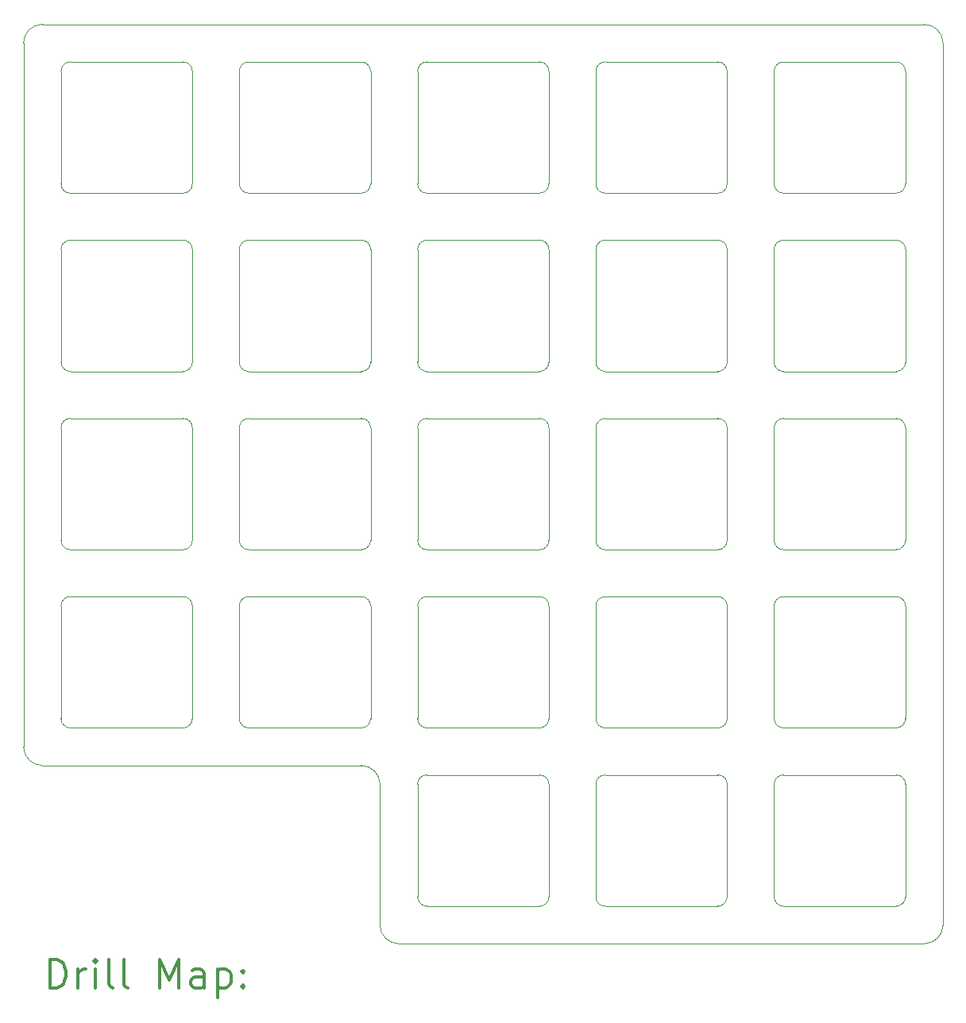
<source format=gbr>
%FSLAX45Y45*%
G04 Gerber Fmt 4.5, Leading zero omitted, Abs format (unit mm)*
G04 Created by KiCad (PCBNEW (5.1.10)-1) date 2021-08-15 20:32:44*
%MOMM*%
%LPD*%
G01*
G04 APERTURE LIST*
%TA.AperFunction,Profile*%
%ADD10C,0.100000*%
%TD*%
%ADD11C,0.200000*%
%ADD12C,0.300000*%
G04 APERTURE END LIST*
D10*
X8000000Y-12200000D02*
G75*
G02*
X7800000Y-12000000I0J200000D01*
G01*
X11400000Y-12200000D02*
G75*
G02*
X11600000Y-12400000I0J-200000D01*
G01*
X11800000Y-14100000D02*
G75*
G02*
X11600000Y-13900000I0J200000D01*
G01*
X17600000Y-13900000D02*
G75*
G02*
X17400000Y-14100000I-200000J0D01*
G01*
X17400000Y-4300000D02*
G75*
G02*
X17600000Y-4500000I0J-200000D01*
G01*
X7800000Y-4500000D02*
G75*
G02*
X8000000Y-4300000I200000J0D01*
G01*
X15900000Y-13700000D02*
G75*
G02*
X15800000Y-13600000I0J100000D01*
G01*
X17200000Y-13600000D02*
G75*
G02*
X17100000Y-13700000I-100000J0D01*
G01*
X17100000Y-13700000D02*
X15900000Y-13700000D01*
X17200000Y-12400000D02*
X17200000Y-13600000D01*
X15800000Y-13600000D02*
X15800000Y-12400000D01*
X15800000Y-12400000D02*
G75*
G02*
X15900000Y-12300000I100000J0D01*
G01*
X15900000Y-12300000D02*
X17100000Y-12300000D01*
X17100000Y-12300000D02*
G75*
G02*
X17200000Y-12400000I0J-100000D01*
G01*
X15900000Y-11800000D02*
G75*
G02*
X15800000Y-11700000I0J100000D01*
G01*
X15900000Y-10400000D02*
X17100000Y-10400000D01*
X17100000Y-11800000D02*
X15900000Y-11800000D01*
X17200000Y-11700000D02*
G75*
G02*
X17100000Y-11800000I-100000J0D01*
G01*
X15800000Y-10500000D02*
G75*
G02*
X15900000Y-10400000I100000J0D01*
G01*
X17100000Y-10400000D02*
G75*
G02*
X17200000Y-10500000I0J-100000D01*
G01*
X15800000Y-11700000D02*
X15800000Y-10500000D01*
X17200000Y-10500000D02*
X17200000Y-11700000D01*
X14000000Y-11800000D02*
G75*
G02*
X13900000Y-11700000I0J100000D01*
G01*
X14000000Y-10400000D02*
X15200000Y-10400000D01*
X15300000Y-11700000D02*
G75*
G02*
X15200000Y-11800000I-100000J0D01*
G01*
X13900000Y-10500000D02*
G75*
G02*
X14000000Y-10400000I100000J0D01*
G01*
X15200000Y-10400000D02*
G75*
G02*
X15300000Y-10500000I0J-100000D01*
G01*
X13900000Y-11700000D02*
X13900000Y-10500000D01*
X15300000Y-10500000D02*
X15300000Y-11700000D01*
X15200000Y-11800000D02*
X14000000Y-11800000D01*
X14000000Y-13700000D02*
G75*
G02*
X13900000Y-13600000I0J100000D01*
G01*
X14000000Y-12300000D02*
X15200000Y-12300000D01*
X15300000Y-13600000D02*
G75*
G02*
X15200000Y-13700000I-100000J0D01*
G01*
X13900000Y-12400000D02*
G75*
G02*
X14000000Y-12300000I100000J0D01*
G01*
X15200000Y-12300000D02*
G75*
G02*
X15300000Y-12400000I0J-100000D01*
G01*
X13900000Y-13600000D02*
X13900000Y-12400000D01*
X15300000Y-12400000D02*
X15300000Y-13600000D01*
X15200000Y-13700000D02*
X14000000Y-13700000D01*
X12100000Y-13700000D02*
G75*
G02*
X12000000Y-13600000I0J100000D01*
G01*
X13400000Y-12400000D02*
X13400000Y-13600000D01*
X12100000Y-12300000D02*
X13300000Y-12300000D01*
X13400000Y-13600000D02*
G75*
G02*
X13300000Y-13700000I-100000J0D01*
G01*
X13300000Y-12300000D02*
G75*
G02*
X13400000Y-12400000I0J-100000D01*
G01*
X13300000Y-13700000D02*
X12100000Y-13700000D01*
X12000000Y-13600000D02*
X12000000Y-12400000D01*
X12000000Y-12400000D02*
G75*
G02*
X12100000Y-12300000I100000J0D01*
G01*
X13300000Y-10400000D02*
G75*
G02*
X13400000Y-10500000I0J-100000D01*
G01*
X12000000Y-11700000D02*
X12000000Y-10500000D01*
X13400000Y-11700000D02*
G75*
G02*
X13300000Y-11800000I-100000J0D01*
G01*
X12100000Y-11800000D02*
G75*
G02*
X12000000Y-11700000I0J100000D01*
G01*
X12000000Y-10500000D02*
G75*
G02*
X12100000Y-10400000I100000J0D01*
G01*
X13400000Y-10500000D02*
X13400000Y-11700000D01*
X13300000Y-11800000D02*
X12100000Y-11800000D01*
X12100000Y-10400000D02*
X13300000Y-10400000D01*
X11500000Y-11700000D02*
G75*
G02*
X11400000Y-11800000I-100000J0D01*
G01*
X11500000Y-10500000D02*
X11500000Y-11700000D01*
X10100000Y-11700000D02*
X10100000Y-10500000D01*
X11400000Y-10400000D02*
G75*
G02*
X11500000Y-10500000I0J-100000D01*
G01*
X10100000Y-10500000D02*
G75*
G02*
X10200000Y-10400000I100000J0D01*
G01*
X10200000Y-11800000D02*
G75*
G02*
X10100000Y-11700000I0J100000D01*
G01*
X11400000Y-11800000D02*
X10200000Y-11800000D01*
X10200000Y-10400000D02*
X11400000Y-10400000D01*
X8300000Y-10400000D02*
X9500000Y-10400000D01*
X9600000Y-10500000D02*
X9600000Y-11700000D01*
X9500000Y-10400000D02*
G75*
G02*
X9600000Y-10500000I0J-100000D01*
G01*
X9500000Y-11800000D02*
X8300000Y-11800000D01*
X9600000Y-11700000D02*
G75*
G02*
X9500000Y-11800000I-100000J0D01*
G01*
X8200000Y-10500000D02*
G75*
G02*
X8300000Y-10400000I100000J0D01*
G01*
X8200000Y-11700000D02*
X8200000Y-10500000D01*
X8300000Y-11800000D02*
G75*
G02*
X8200000Y-11700000I0J100000D01*
G01*
X9600000Y-8600000D02*
X9600000Y-9800000D01*
X8200000Y-9800000D02*
X8200000Y-8600000D01*
X8300000Y-9900000D02*
G75*
G02*
X8200000Y-9800000I0J100000D01*
G01*
X9600000Y-9800000D02*
G75*
G02*
X9500000Y-9900000I-100000J0D01*
G01*
X8300000Y-8500000D02*
X9500000Y-8500000D01*
X8200000Y-8600000D02*
G75*
G02*
X8300000Y-8500000I100000J0D01*
G01*
X9500000Y-9900000D02*
X8300000Y-9900000D01*
X9500000Y-8500000D02*
G75*
G02*
X9600000Y-8600000I0J-100000D01*
G01*
X11500000Y-8600000D02*
X11500000Y-9800000D01*
X10200000Y-8500000D02*
X11400000Y-8500000D01*
X10100000Y-8600000D02*
G75*
G02*
X10200000Y-8500000I100000J0D01*
G01*
X11500000Y-9800000D02*
G75*
G02*
X11400000Y-9900000I-100000J0D01*
G01*
X11400000Y-8500000D02*
G75*
G02*
X11500000Y-8600000I0J-100000D01*
G01*
X11400000Y-9900000D02*
X10200000Y-9900000D01*
X10200000Y-9900000D02*
G75*
G02*
X10100000Y-9800000I0J100000D01*
G01*
X10100000Y-9800000D02*
X10100000Y-8600000D01*
X12100000Y-9900000D02*
G75*
G02*
X12000000Y-9800000I0J100000D01*
G01*
X12000000Y-9800000D02*
X12000000Y-8600000D01*
X13400000Y-8600000D02*
X13400000Y-9800000D01*
X12100000Y-8500000D02*
X13300000Y-8500000D01*
X12000000Y-8600000D02*
G75*
G02*
X12100000Y-8500000I100000J0D01*
G01*
X13400000Y-9800000D02*
G75*
G02*
X13300000Y-9900000I-100000J0D01*
G01*
X13300000Y-8500000D02*
G75*
G02*
X13400000Y-8600000I0J-100000D01*
G01*
X13300000Y-9900000D02*
X12100000Y-9900000D01*
X13900000Y-9800000D02*
X13900000Y-8600000D01*
X15300000Y-8600000D02*
X15300000Y-9800000D01*
X14000000Y-8500000D02*
X15200000Y-8500000D01*
X13900000Y-8600000D02*
G75*
G02*
X14000000Y-8500000I100000J0D01*
G01*
X15300000Y-9800000D02*
G75*
G02*
X15200000Y-9900000I-100000J0D01*
G01*
X15200000Y-9900000D02*
X14000000Y-9900000D01*
X14000000Y-9900000D02*
G75*
G02*
X13900000Y-9800000I0J100000D01*
G01*
X15200000Y-8500000D02*
G75*
G02*
X15300000Y-8600000I0J-100000D01*
G01*
X17200000Y-9800000D02*
G75*
G02*
X17100000Y-9900000I-100000J0D01*
G01*
X17200000Y-8600000D02*
X17200000Y-9800000D01*
X15900000Y-8500000D02*
X17100000Y-8500000D01*
X15800000Y-9800000D02*
X15800000Y-8600000D01*
X17100000Y-9900000D02*
X15900000Y-9900000D01*
X15900000Y-9900000D02*
G75*
G02*
X15800000Y-9800000I0J100000D01*
G01*
X17100000Y-8500000D02*
G75*
G02*
X17200000Y-8600000I0J-100000D01*
G01*
X15800000Y-8600000D02*
G75*
G02*
X15900000Y-8500000I100000J0D01*
G01*
X17200000Y-7900000D02*
G75*
G02*
X17100000Y-8000000I-100000J0D01*
G01*
X15800000Y-6700000D02*
G75*
G02*
X15900000Y-6600000I100000J0D01*
G01*
X17200000Y-6700000D02*
X17200000Y-7900000D01*
X15800000Y-7900000D02*
X15800000Y-6700000D01*
X17100000Y-6600000D02*
G75*
G02*
X17200000Y-6700000I0J-100000D01*
G01*
X15900000Y-8000000D02*
G75*
G02*
X15800000Y-7900000I0J100000D01*
G01*
X17100000Y-8000000D02*
X15900000Y-8000000D01*
X15900000Y-6600000D02*
X17100000Y-6600000D01*
X15200000Y-6600000D02*
G75*
G02*
X15300000Y-6700000I0J-100000D01*
G01*
X13900000Y-7900000D02*
X13900000Y-6700000D01*
X14000000Y-8000000D02*
G75*
G02*
X13900000Y-7900000I0J100000D01*
G01*
X15300000Y-7900000D02*
G75*
G02*
X15200000Y-8000000I-100000J0D01*
G01*
X15300000Y-6700000D02*
X15300000Y-7900000D01*
X13900000Y-6700000D02*
G75*
G02*
X14000000Y-6600000I100000J0D01*
G01*
X15200000Y-8000000D02*
X14000000Y-8000000D01*
X14000000Y-6600000D02*
X15200000Y-6600000D01*
X12100000Y-6600000D02*
X13300000Y-6600000D01*
X13400000Y-7900000D02*
G75*
G02*
X13300000Y-8000000I-100000J0D01*
G01*
X12100000Y-8000000D02*
G75*
G02*
X12000000Y-7900000I0J100000D01*
G01*
X13300000Y-8000000D02*
X12100000Y-8000000D01*
X12000000Y-7900000D02*
X12000000Y-6700000D01*
X12000000Y-6700000D02*
G75*
G02*
X12100000Y-6600000I100000J0D01*
G01*
X13400000Y-6700000D02*
X13400000Y-7900000D01*
X13300000Y-6600000D02*
G75*
G02*
X13400000Y-6700000I0J-100000D01*
G01*
X10100000Y-6700000D02*
G75*
G02*
X10200000Y-6600000I100000J0D01*
G01*
X11500000Y-7900000D02*
G75*
G02*
X11400000Y-8000000I-100000J0D01*
G01*
X10100000Y-7900000D02*
X10100000Y-6700000D01*
X11400000Y-8000000D02*
X10200000Y-8000000D01*
X10200000Y-6600000D02*
X11400000Y-6600000D01*
X10200000Y-8000000D02*
G75*
G02*
X10100000Y-7900000I0J100000D01*
G01*
X11500000Y-6700000D02*
X11500000Y-7900000D01*
X11400000Y-6600000D02*
G75*
G02*
X11500000Y-6700000I0J-100000D01*
G01*
X9500000Y-8000000D02*
X8300000Y-8000000D01*
X8300000Y-8000000D02*
G75*
G02*
X8200000Y-7900000I0J100000D01*
G01*
X8300000Y-6600000D02*
X9500000Y-6600000D01*
X9600000Y-6700000D02*
X9600000Y-7900000D01*
X8200000Y-6700000D02*
G75*
G02*
X8300000Y-6600000I100000J0D01*
G01*
X9600000Y-7900000D02*
G75*
G02*
X9500000Y-8000000I-100000J0D01*
G01*
X9500000Y-6600000D02*
G75*
G02*
X9600000Y-6700000I0J-100000D01*
G01*
X8200000Y-7900000D02*
X8200000Y-6700000D01*
X17100000Y-6100000D02*
X15900000Y-6100000D01*
X17100000Y-4700000D02*
G75*
G02*
X17200000Y-4800000I0J-100000D01*
G01*
X15800000Y-6000000D02*
X15800000Y-4800000D01*
X15900000Y-4700000D02*
X17100000Y-4700000D01*
X17200000Y-4800000D02*
X17200000Y-6000000D01*
X15800000Y-4800000D02*
G75*
G02*
X15900000Y-4700000I100000J0D01*
G01*
X15900000Y-6100000D02*
G75*
G02*
X15800000Y-6000000I0J100000D01*
G01*
X17200000Y-6000000D02*
G75*
G02*
X17100000Y-6100000I-100000J0D01*
G01*
X15200000Y-4700000D02*
G75*
G02*
X15300000Y-4800000I0J-100000D01*
G01*
X15200000Y-6100000D02*
X14000000Y-6100000D01*
X14000000Y-4700000D02*
X15200000Y-4700000D01*
X13900000Y-4800000D02*
G75*
G02*
X14000000Y-4700000I100000J0D01*
G01*
X15300000Y-4800000D02*
X15300000Y-6000000D01*
X13900000Y-6000000D02*
X13900000Y-4800000D01*
X14000000Y-6100000D02*
G75*
G02*
X13900000Y-6000000I0J100000D01*
G01*
X15300000Y-6000000D02*
G75*
G02*
X15200000Y-6100000I-100000J0D01*
G01*
X13400000Y-4800000D02*
X13400000Y-6000000D01*
X13300000Y-4700000D02*
G75*
G02*
X13400000Y-4800000I0J-100000D01*
G01*
X12000000Y-4800000D02*
G75*
G02*
X12100000Y-4700000I100000J0D01*
G01*
X12000000Y-6000000D02*
X12000000Y-4800000D01*
X12100000Y-4700000D02*
X13300000Y-4700000D01*
X12100000Y-6100000D02*
G75*
G02*
X12000000Y-6000000I0J100000D01*
G01*
X13400000Y-6000000D02*
G75*
G02*
X13300000Y-6100000I-100000J0D01*
G01*
X13300000Y-6100000D02*
X12100000Y-6100000D01*
X10200000Y-6100000D02*
G75*
G02*
X10100000Y-6000000I0J100000D01*
G01*
X11500000Y-6000000D02*
G75*
G02*
X11400000Y-6100000I-100000J0D01*
G01*
X10100000Y-4800000D02*
G75*
G02*
X10200000Y-4700000I100000J0D01*
G01*
X11400000Y-4700000D02*
G75*
G02*
X11500000Y-4800000I0J-100000D01*
G01*
X11400000Y-6100000D02*
X10200000Y-6100000D01*
X11500000Y-4800000D02*
X11500000Y-6000000D01*
X10200000Y-4700000D02*
X11400000Y-4700000D01*
X10100000Y-6000000D02*
X10100000Y-4800000D01*
X9500000Y-4700000D02*
G75*
G02*
X9600000Y-4800000I0J-100000D01*
G01*
X9600000Y-6000000D02*
G75*
G02*
X9500000Y-6100000I-100000J0D01*
G01*
X8300000Y-6100000D02*
G75*
G02*
X8200000Y-6000000I0J100000D01*
G01*
X8200000Y-4800000D02*
G75*
G02*
X8300000Y-4700000I100000J0D01*
G01*
X8200000Y-6000000D02*
X8200000Y-4800000D01*
X9500000Y-6100000D02*
X8300000Y-6100000D01*
X9600000Y-4800000D02*
X9600000Y-6000000D01*
X8300000Y-4700000D02*
X9500000Y-4700000D01*
X11600000Y-12400000D02*
X11600000Y-13900000D01*
X8000000Y-12200000D02*
X11400000Y-12200000D01*
X11800000Y-14100000D02*
X17400000Y-14100000D01*
X17600000Y-4500000D02*
X17600000Y-13900000D01*
X7800000Y-4500000D02*
X7800000Y-12000000D01*
X8000000Y-4300000D02*
X17400000Y-4300000D01*
D11*
D12*
X8081428Y-14570714D02*
X8081428Y-14270714D01*
X8152857Y-14270714D01*
X8195714Y-14285000D01*
X8224286Y-14313571D01*
X8238571Y-14342143D01*
X8252857Y-14399286D01*
X8252857Y-14442143D01*
X8238571Y-14499286D01*
X8224286Y-14527857D01*
X8195714Y-14556429D01*
X8152857Y-14570714D01*
X8081428Y-14570714D01*
X8381428Y-14570714D02*
X8381428Y-14370714D01*
X8381428Y-14427857D02*
X8395714Y-14399286D01*
X8410000Y-14385000D01*
X8438571Y-14370714D01*
X8467143Y-14370714D01*
X8567143Y-14570714D02*
X8567143Y-14370714D01*
X8567143Y-14270714D02*
X8552857Y-14285000D01*
X8567143Y-14299286D01*
X8581428Y-14285000D01*
X8567143Y-14270714D01*
X8567143Y-14299286D01*
X8752857Y-14570714D02*
X8724286Y-14556429D01*
X8710000Y-14527857D01*
X8710000Y-14270714D01*
X8910000Y-14570714D02*
X8881428Y-14556429D01*
X8867143Y-14527857D01*
X8867143Y-14270714D01*
X9252857Y-14570714D02*
X9252857Y-14270714D01*
X9352857Y-14485000D01*
X9452857Y-14270714D01*
X9452857Y-14570714D01*
X9724286Y-14570714D02*
X9724286Y-14413571D01*
X9710000Y-14385000D01*
X9681428Y-14370714D01*
X9624286Y-14370714D01*
X9595714Y-14385000D01*
X9724286Y-14556429D02*
X9695714Y-14570714D01*
X9624286Y-14570714D01*
X9595714Y-14556429D01*
X9581428Y-14527857D01*
X9581428Y-14499286D01*
X9595714Y-14470714D01*
X9624286Y-14456429D01*
X9695714Y-14456429D01*
X9724286Y-14442143D01*
X9867143Y-14370714D02*
X9867143Y-14670714D01*
X9867143Y-14385000D02*
X9895714Y-14370714D01*
X9952857Y-14370714D01*
X9981428Y-14385000D01*
X9995714Y-14399286D01*
X10010000Y-14427857D01*
X10010000Y-14513571D01*
X9995714Y-14542143D01*
X9981428Y-14556429D01*
X9952857Y-14570714D01*
X9895714Y-14570714D01*
X9867143Y-14556429D01*
X10138571Y-14542143D02*
X10152857Y-14556429D01*
X10138571Y-14570714D01*
X10124286Y-14556429D01*
X10138571Y-14542143D01*
X10138571Y-14570714D01*
X10138571Y-14385000D02*
X10152857Y-14399286D01*
X10138571Y-14413571D01*
X10124286Y-14399286D01*
X10138571Y-14385000D01*
X10138571Y-14413571D01*
M02*

</source>
